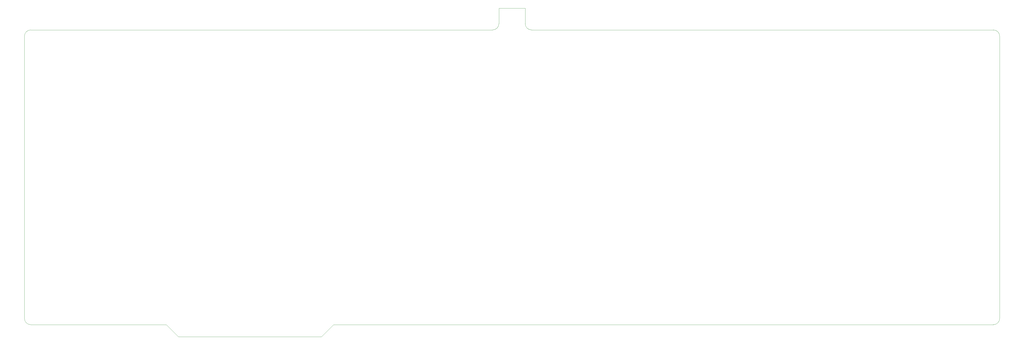
<source format=gm1>
G04 #@! TF.GenerationSoftware,KiCad,Pcbnew,(5.1.5)-3*
G04 #@! TF.CreationDate,2020-11-22T01:35:45-08:00*
G04 #@! TF.ProjectId,1800 layout,31383030-206c-4617-996f-75742e6b6963,rev?*
G04 #@! TF.SameCoordinates,Original*
G04 #@! TF.FileFunction,Profile,NP*
%FSLAX46Y46*%
G04 Gerber Fmt 4.6, Leading zero omitted, Abs format (unit mm)*
G04 Created by KiCad (PCBNEW (5.1.5)-3) date 2020-11-22 01:35:45*
%MOMM*%
%LPD*%
G04 APERTURE LIST*
%ADD10C,0.050000*%
G04 APERTURE END LIST*
D10*
X228813999Y-14371599D02*
G75*
G02X226314000Y-11870000I1601J2501599D01*
G01*
X215798400Y-11868400D02*
G75*
G02X213296801Y-14368399I-2501599J1601D01*
G01*
X26204801Y-16868399D02*
X26204801Y-129992799D01*
X28704800Y-132494398D02*
X82875998Y-132495998D01*
X28704800Y-132494398D02*
G75*
G02X26204801Y-129992799I1601J2501599D01*
G01*
X82875998Y-132495998D02*
X87700000Y-137320000D01*
X144875998Y-137320000D02*
X87700000Y-137320000D01*
X149700000Y-132495998D02*
X144875998Y-137320000D01*
X413398801Y-132495998D02*
X149700000Y-132495998D01*
X415900400Y-129995999D02*
G75*
G02X413398801Y-132495998I-2501599J1601D01*
G01*
X415900400Y-16871599D02*
X415900400Y-129995999D01*
X413400401Y-14370000D02*
X228813999Y-14371599D01*
X28706400Y-14368400D02*
X213296801Y-14368399D01*
X413400401Y-14370000D02*
G75*
G02X415900400Y-16871599I-1601J-2501599D01*
G01*
X26204801Y-16868399D02*
G75*
G02X28706400Y-14368400I2501599J-1601D01*
G01*
X215798400Y-5689600D02*
X215798400Y-11868400D01*
X226314000Y-5689600D02*
X215798400Y-5689600D01*
X226314000Y-11870000D02*
X226314000Y-5689600D01*
M02*

</source>
